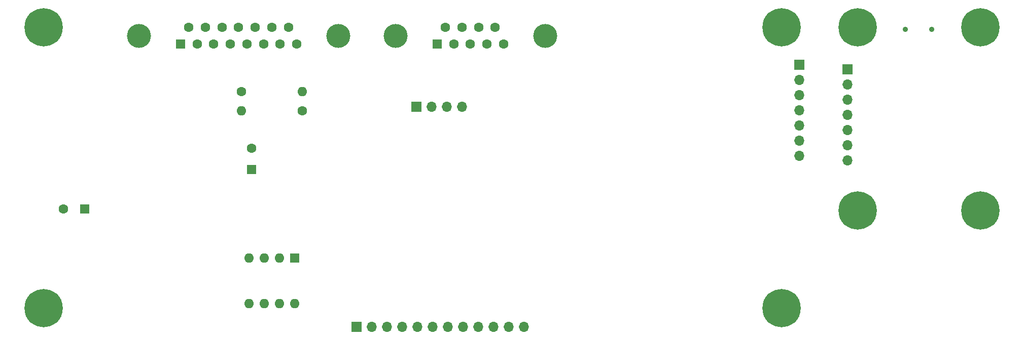
<source format=gbr>
%TF.GenerationSoftware,KiCad,Pcbnew,8.0.4*%
%TF.CreationDate,2024-07-28T20:36:00+02:00*%
%TF.ProjectId,BLDC_driver,424c4443-5f64-4726-9976-65722e6b6963,rev?*%
%TF.SameCoordinates,Original*%
%TF.FileFunction,Soldermask,Bot*%
%TF.FilePolarity,Negative*%
%FSLAX46Y46*%
G04 Gerber Fmt 4.6, Leading zero omitted, Abs format (unit mm)*
G04 Created by KiCad (PCBNEW 8.0.4) date 2024-07-28 20:36:00*
%MOMM*%
%LPD*%
G01*
G04 APERTURE LIST*
%ADD10C,0.900000*%
%ADD11R,1.700000X1.700000*%
%ADD12O,1.700000X1.700000*%
%ADD13O,1.600000X1.600000*%
%ADD14R,1.600000X1.600000*%
%ADD15C,1.600000*%
%ADD16C,4.000000*%
%ADD17C,0.800000*%
%ADD18C,6.400000*%
G04 APERTURE END LIST*
D10*
%TO.C,J7*%
X199050000Y-55000000D03*
X194650000Y-55000000D03*
%TD*%
D11*
%TO.C,J4*%
X103090000Y-104750000D03*
D12*
X105630000Y-104750000D03*
X108170000Y-104750000D03*
X110710000Y-104750000D03*
X113250000Y-104750000D03*
X115790000Y-104750000D03*
X118330000Y-104750000D03*
X120870000Y-104750000D03*
X123410000Y-104750000D03*
X125950000Y-104750000D03*
X128490000Y-104750000D03*
X131030000Y-104750000D03*
%TD*%
D11*
%TO.C,J6*%
X185025000Y-61650000D03*
D12*
X185025000Y-64190000D03*
X185025000Y-66730000D03*
X185025000Y-69270000D03*
X185025000Y-71810000D03*
X185025000Y-74350000D03*
X185025000Y-76890000D03*
%TD*%
%TO.C,J3*%
X177000000Y-76115000D03*
X177000000Y-73575000D03*
X177000000Y-71035000D03*
X177000000Y-68495000D03*
X177000000Y-65955000D03*
X177000000Y-63415000D03*
D11*
X177000000Y-60875000D03*
%TD*%
D13*
%TO.C,U4*%
X92700000Y-100820000D03*
X90160000Y-100820000D03*
X87620000Y-100820000D03*
X85080000Y-100820000D03*
X85080000Y-93200000D03*
X87620000Y-93200000D03*
X90160000Y-93200000D03*
D14*
X92700000Y-93200000D03*
%TD*%
D15*
%TO.C,R3*%
X93980000Y-68580000D03*
D13*
X83820000Y-68580000D03*
%TD*%
D15*
%TO.C,R1*%
X83820000Y-65405000D03*
D13*
X93980000Y-65405000D03*
%TD*%
D16*
%TO.C,J5*%
X134535000Y-56030000D03*
X109535000Y-56030000D03*
D14*
X116495000Y-57450000D03*
D15*
X119265000Y-57450000D03*
X122035000Y-57450000D03*
X124805000Y-57450000D03*
X127575000Y-57450000D03*
X117880000Y-54610000D03*
X120650000Y-54610000D03*
X123420000Y-54610000D03*
X126190000Y-54610000D03*
%TD*%
D11*
%TO.C,J2*%
X113030000Y-67945000D03*
D12*
X115570000Y-67945000D03*
X118110000Y-67945000D03*
X120650000Y-67945000D03*
%TD*%
D17*
%TO.C,H4*%
X171590000Y-101600000D03*
X172292944Y-99902944D03*
X172292944Y-103297056D03*
X173990000Y-99200000D03*
D18*
X173990000Y-101600000D03*
D17*
X173990000Y-104000000D03*
X175687056Y-99902944D03*
X175687056Y-103297056D03*
X176390000Y-101600000D03*
%TD*%
%TO.C,H3*%
X171590000Y-54610000D03*
X172292944Y-52912944D03*
X172292944Y-56307056D03*
X173990000Y-52210000D03*
D18*
X173990000Y-54610000D03*
D17*
X173990000Y-57010000D03*
X175687056Y-52912944D03*
X175687056Y-56307056D03*
X176390000Y-54610000D03*
%TD*%
%TO.C,H8*%
X209617944Y-85250000D03*
X208915000Y-86947056D03*
X208915000Y-83552944D03*
X207217944Y-87650000D03*
D18*
X207217944Y-85250000D03*
D17*
X207217944Y-82850000D03*
X205520888Y-86947056D03*
X205520888Y-83552944D03*
X204817944Y-85250000D03*
%TD*%
%TO.C,H7*%
X204817944Y-54610000D03*
X205520888Y-52912944D03*
X205520888Y-56307056D03*
X207217944Y-52210000D03*
D18*
X207217944Y-54610000D03*
D17*
X207217944Y-57010000D03*
X208915000Y-52912944D03*
X208915000Y-56307056D03*
X209617944Y-54610000D03*
%TD*%
%TO.C,H2*%
X48400000Y-54610000D03*
X49102944Y-52912944D03*
X49102944Y-56307056D03*
X50800000Y-52210000D03*
D18*
X50800000Y-54610000D03*
D17*
X50800000Y-57010000D03*
X52497056Y-52912944D03*
X52497056Y-56307056D03*
X53200000Y-54610000D03*
%TD*%
%TO.C,H1*%
X53200000Y-101600000D03*
X52497056Y-103297056D03*
X52497056Y-99902944D03*
X50800000Y-104000000D03*
D18*
X50800000Y-101600000D03*
D17*
X50800000Y-99200000D03*
X49102944Y-103297056D03*
X49102944Y-99902944D03*
X48400000Y-101600000D03*
%TD*%
%TO.C,H6*%
X184290000Y-54610000D03*
X184992944Y-52912944D03*
X184992944Y-56307056D03*
X186690000Y-52210000D03*
D18*
X186690000Y-54610000D03*
D17*
X186690000Y-57010000D03*
X188387056Y-52912944D03*
X188387056Y-56307056D03*
X189090000Y-54610000D03*
%TD*%
%TO.C,H5*%
X189090000Y-85250000D03*
X188387056Y-86947056D03*
X188387056Y-83552944D03*
X186690000Y-87650000D03*
D18*
X186690000Y-85250000D03*
D17*
X186690000Y-82850000D03*
X184992944Y-86947056D03*
X184992944Y-83552944D03*
X184290000Y-85250000D03*
%TD*%
D15*
%TO.C,C11*%
X54152651Y-85000000D03*
D14*
X57652651Y-85000000D03*
%TD*%
D15*
%TO.C,C9*%
X85500000Y-74902651D03*
D14*
X85500000Y-78402651D03*
%TD*%
D16*
%TO.C,J1*%
X100010000Y-56030000D03*
X66710000Y-56030000D03*
D14*
X73665000Y-57450000D03*
D15*
X76435000Y-57450000D03*
X79205000Y-57450000D03*
X81975000Y-57450000D03*
X84745000Y-57450000D03*
X87515000Y-57450000D03*
X90285000Y-57450000D03*
X93055000Y-57450000D03*
X75050000Y-54610000D03*
X77820000Y-54610000D03*
X80590000Y-54610000D03*
X83360000Y-54610000D03*
X86130000Y-54610000D03*
X88900000Y-54610000D03*
X91670000Y-54610000D03*
%TD*%
M02*

</source>
